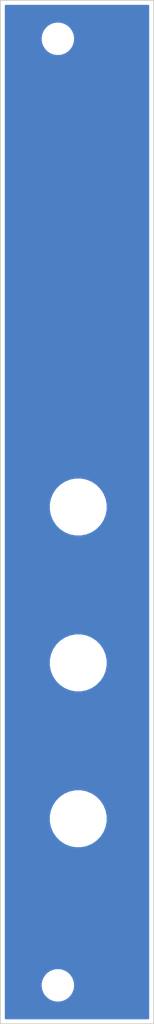
<source format=kicad_pcb>
(kicad_pcb (version 20171130) (host pcbnew 5.1.6-c6e7f7d~86~ubuntu20.04.1)

  (general
    (thickness 1.6)
    (drawings 9)
    (tracks 0)
    (zones 0)
    (modules 5)
    (nets 1)
  )

  (page A4)
  (title_block
    (title Noise)
    (date 2019-09-22)
    (rev 01)
    (comment 1 "Original design by Yves Usson")
    (comment 2 "PCB for Panel")
    (comment 4 "License CC BY 4.0 - Attribution 4.0 International")
  )

  (layers
    (0 F.Cu signal)
    (31 B.Cu signal)
    (32 B.Adhes user)
    (33 F.Adhes user)
    (34 B.Paste user)
    (35 F.Paste user)
    (36 B.SilkS user)
    (37 F.SilkS user)
    (38 B.Mask user)
    (39 F.Mask user)
    (40 Dwgs.User user)
    (41 Cmts.User user)
    (42 Eco1.User user)
    (43 Eco2.User user)
    (44 Edge.Cuts user)
    (45 Margin user)
    (46 B.CrtYd user)
    (47 F.CrtYd user)
    (48 B.Fab user)
    (49 F.Fab user)
  )

  (setup
    (last_trace_width 0.25)
    (trace_clearance 0.2)
    (zone_clearance 0.508)
    (zone_45_only no)
    (trace_min 0.2)
    (via_size 0.8)
    (via_drill 0.4)
    (via_min_size 0.4)
    (via_min_drill 0.3)
    (uvia_size 0.3)
    (uvia_drill 0.1)
    (uvias_allowed no)
    (uvia_min_size 0.2)
    (uvia_min_drill 0.1)
    (edge_width 0.05)
    (segment_width 0.2)
    (pcb_text_width 0.3)
    (pcb_text_size 1.5 1.5)
    (mod_edge_width 0.12)
    (mod_text_size 1 1)
    (mod_text_width 0.15)
    (pad_size 5 5)
    (pad_drill 0)
    (pad_to_mask_clearance 0.051)
    (solder_mask_min_width 0.25)
    (aux_axis_origin 0 0)
    (visible_elements 7FFFFFFF)
    (pcbplotparams
      (layerselection 0x010f0_ffffffff)
      (usegerberextensions false)
      (usegerberattributes false)
      (usegerberadvancedattributes false)
      (creategerberjobfile false)
      (excludeedgelayer true)
      (linewidth 0.100000)
      (plotframeref false)
      (viasonmask false)
      (mode 1)
      (useauxorigin false)
      (hpglpennumber 1)
      (hpglpenspeed 20)
      (hpglpendiameter 15.000000)
      (psnegative false)
      (psa4output false)
      (plotreference true)
      (plotvalue true)
      (plotinvisibletext false)
      (padsonsilk false)
      (subtractmaskfromsilk false)
      (outputformat 1)
      (mirror false)
      (drillshape 0)
      (scaleselection 1)
      (outputdirectory "gerbers/"))
  )

  (net 0 "")

  (net_class Default "This is the default net class."
    (clearance 0.2)
    (trace_width 0.25)
    (via_dia 0.8)
    (via_drill 0.4)
    (uvia_dia 0.3)
    (uvia_drill 0.1)
  )

  (module MountingHole:MountingHole_3.2mm_M3 (layer F.Cu) (tedit 56D1B4CB) (tstamp 5DAC6DB1)
    (at 32.9 153.8)
    (descr "Mounting Hole 3.2mm, no annular, M3")
    (tags "mounting hole 3.2mm no annular m3")
    (attr virtual)
    (fp_text reference REF** (at 0 -4.2) (layer F.SilkS) hide
      (effects (font (size 1 1) (thickness 0.15)))
    )
    (fp_text value MountingHole_3.2mm_M3 (at 0 4.2) (layer F.Fab) hide
      (effects (font (size 1 1) (thickness 0.15)))
    )
    (fp_text user %R (at 0.3 0) (layer F.Fab) hide
      (effects (font (size 1 1) (thickness 0.15)))
    )
    (fp_circle (center 0 0) (end 3.2 0) (layer Cmts.User) (width 0.15))
    (fp_circle (center 0 0) (end 3.45 0) (layer F.CrtYd) (width 0.05))
    (pad 1 np_thru_hole circle (at 0 0) (size 3.2 3.2) (drill 3.2) (layers *.Cu *.Mask))
  )

  (module MountingHole:MountingHole_3.2mm_M3 (layer F.Cu) (tedit 56D1B4CB) (tstamp 5DAC6D9B)
    (at 32.9 30.4)
    (descr "Mounting Hole 3.2mm, no annular, M3")
    (tags "mounting hole 3.2mm no annular m3")
    (attr virtual)
    (fp_text reference REF** (at 0 -4.2) (layer F.SilkS) hide
      (effects (font (size 1 1) (thickness 0.15)))
    )
    (fp_text value MountingHole_3.2mm_M3 (at 0 4.2) (layer F.Fab) hide
      (effects (font (size 1 1) (thickness 0.15)))
    )
    (fp_text user %R (at 0.3 0) (layer F.Fab) hide
      (effects (font (size 1 1) (thickness 0.15)))
    )
    (fp_circle (center 0 0) (end 3.2 0) (layer Cmts.User) (width 0.15))
    (fp_circle (center 0 0) (end 3.45 0) (layer F.CrtYd) (width 0.05))
    (pad 1 np_thru_hole circle (at 0 0) (size 3.2 3.2) (drill 3.2) (layers *.Cu *.Mask))
  )

  (module elektrophon:panel_jack (layer F.Cu) (tedit 5DA46DDA) (tstamp 5DAC6B5F)
    (at 35.56 132.08)
    (descr "Mounting Hole 8.4mm, no annular, M8")
    (tags "mounting hole 8.4mm no annular m8")
    (path /5DAC225A)
    (attr virtual)
    (fp_text reference H3 (at 0 -9.4) (layer F.SilkS) hide
      (effects (font (size 1 1) (thickness 0.15)))
    )
    (fp_text value random (at 0 9.144) (layer F.Mask) hide
      (effects (font (size 2 1.4) (thickness 0.25)))
    )
    (fp_text user %R (at 0.3 0) (layer F.Fab) hide
      (effects (font (size 1 1) (thickness 0.15)))
    )
    (fp_circle (center 0 0) (end 4 0) (layer Cmts.User) (width 0.15))
    (fp_circle (center 0 0) (end 4.2 0) (layer F.CrtYd) (width 0.05))
    (pad "" np_thru_hole circle (at 0 0) (size 6.4 6.4) (drill 6.4) (layers *.Cu *.Mask))
    (model "${KIPRJMOD}/../../../lib/kicad/models/PJ301M-12 Thonkiconn v0.2.stp"
      (offset (xyz 0 0.8 -10.5))
      (scale (xyz 1 1 1))
      (rotate (xyz 0 0 0))
    )
  )

  (module elektrophon:panel_jack (layer F.Cu) (tedit 5DA46DDA) (tstamp 5D6B4C03)
    (at 35.56 111.76)
    (descr "Mounting Hole 8.4mm, no annular, M8")
    (tags "mounting hole 8.4mm no annular m8")
    (path /5D6B07F8)
    (attr virtual)
    (fp_text reference H2 (at 0 -9.4) (layer F.SilkS) hide
      (effects (font (size 1 1) (thickness 0.15)))
    )
    (fp_text value pink (at 0 9.144) (layer F.Mask) hide
      (effects (font (size 2 1.4) (thickness 0.25)))
    )
    (fp_text user %R (at 0.3 0) (layer F.Fab) hide
      (effects (font (size 1 1) (thickness 0.15)))
    )
    (fp_circle (center 0 0) (end 4 0) (layer Cmts.User) (width 0.15))
    (fp_circle (center 0 0) (end 4.2 0) (layer F.CrtYd) (width 0.05))
    (pad "" np_thru_hole circle (at 0 0) (size 6.4 6.4) (drill 6.4) (layers *.Cu *.Mask))
    (model "${KIPRJMOD}/../../../lib/kicad/models/PJ301M-12 Thonkiconn v0.2.stp"
      (offset (xyz 0 0.8 -10.5))
      (scale (xyz 1 1 1))
      (rotate (xyz 0 0 0))
    )
  )

  (module elektrophon:panel_jack (layer F.Cu) (tedit 5DA46DDA) (tstamp 5D6B4BE5)
    (at 35.56 91.44)
    (descr "Mounting Hole 8.4mm, no annular, M8")
    (tags "mounting hole 8.4mm no annular m8")
    (path /5D6B047C)
    (attr virtual)
    (fp_text reference H1 (at 0 -9.4) (layer F.SilkS) hide
      (effects (font (size 1 1) (thickness 0.15)))
    )
    (fp_text value white (at 0 9.144) (layer F.Mask) hide
      (effects (font (size 2 1.4) (thickness 0.25)))
    )
    (fp_text user %R (at 0.3 0) (layer F.Fab) hide
      (effects (font (size 1 1) (thickness 0.15)))
    )
    (fp_circle (center 0 0) (end 4 0) (layer Cmts.User) (width 0.15))
    (fp_circle (center 0 0) (end 4.2 0) (layer F.CrtYd) (width 0.05))
    (pad "" np_thru_hole circle (at 0 0) (size 6.4 6.4) (drill 6.4) (layers *.Cu *.Mask))
    (model "${KIPRJMOD}/../../../lib/kicad/models/PJ301M-12 Thonkiconn v0.2.stp"
      (offset (xyz 0 0.8 -10.5))
      (scale (xyz 1 1 1))
      (rotate (xyz 0 0 0))
    )
  )

  (gr_text random (at 35.57 141.22) (layer F.Mask) (tstamp 5DAC6C96)
    (effects (font (size 2 1.4) (thickness 0.25)))
  )
  (gr_text pink (at 35.57 120.9) (layer F.Mask) (tstamp 5DAC6C96)
    (effects (font (size 2 1.4) (thickness 0.25)))
  )
  (gr_text white (at 35.57 100.58) (layer F.Mask)
    (effects (font (size 2 1.4) (thickness 0.25)))
  )
  (gr_text R01 (at 40.64 155.09) (layer F.Cu)
    (effects (font (size 2 1.4) (thickness 0.25)))
  )
  (gr_text noise (at 35.56 60.96 90) (layer F.Mask)
    (effects (font (size 3 3) (thickness 0.35)))
  )
  (gr_line (start 45.4 158.8) (end 25.4 158.8) (layer Edge.Cuts) (width 0.12))
  (gr_line (start 45.4 25.4) (end 45.4 158.8) (layer Edge.Cuts) (width 0.12))
  (gr_line (start 25.4 25.4) (end 25.4 158.8) (layer Edge.Cuts) (width 0.12))
  (gr_line (start 25.4 25.4) (end 45.4 25.4) (layer Edge.Cuts) (width 0.12))

  (zone (net 0) (net_name "") (layer B.Cu) (tstamp 5DAF2A89) (hatch edge 0.508)
    (connect_pads (clearance 0.508))
    (min_thickness 0.254)
    (fill yes (arc_segments 32) (thermal_gap 0.508) (thermal_bridge_width 0.508))
    (polygon
      (pts
        (xy 25.4 25.4) (xy 45.466 25.4) (xy 45.466 158.75) (xy 25.4 158.75)
      )
    )
    (filled_polygon
      (pts
        (xy 44.705001 158.105) (xy 26.095 158.105) (xy 26.095 153.579872) (xy 30.665 153.579872) (xy 30.665 154.020128)
        (xy 30.75089 154.451925) (xy 30.919369 154.858669) (xy 31.163962 155.224729) (xy 31.475271 155.536038) (xy 31.841331 155.780631)
        (xy 32.248075 155.94911) (xy 32.679872 156.035) (xy 33.120128 156.035) (xy 33.551925 155.94911) (xy 33.958669 155.780631)
        (xy 34.324729 155.536038) (xy 34.636038 155.224729) (xy 34.880631 154.858669) (xy 35.04911 154.451925) (xy 35.135 154.020128)
        (xy 35.135 153.579872) (xy 35.04911 153.148075) (xy 34.880631 152.741331) (xy 34.636038 152.375271) (xy 34.324729 152.063962)
        (xy 33.958669 151.819369) (xy 33.551925 151.65089) (xy 33.120128 151.565) (xy 32.679872 151.565) (xy 32.248075 151.65089)
        (xy 31.841331 151.819369) (xy 31.475271 152.063962) (xy 31.163962 152.375271) (xy 30.919369 152.741331) (xy 30.75089 153.148075)
        (xy 30.665 153.579872) (xy 26.095 153.579872) (xy 26.095 131.702285) (xy 31.725 131.702285) (xy 31.725 132.457715)
        (xy 31.872377 133.198628) (xy 32.161467 133.896554) (xy 32.581161 134.52467) (xy 33.11533 135.058839) (xy 33.743446 135.478533)
        (xy 34.441372 135.767623) (xy 35.182285 135.915) (xy 35.937715 135.915) (xy 36.678628 135.767623) (xy 37.376554 135.478533)
        (xy 38.00467 135.058839) (xy 38.538839 134.52467) (xy 38.958533 133.896554) (xy 39.247623 133.198628) (xy 39.395 132.457715)
        (xy 39.395 131.702285) (xy 39.247623 130.961372) (xy 38.958533 130.263446) (xy 38.538839 129.63533) (xy 38.00467 129.101161)
        (xy 37.376554 128.681467) (xy 36.678628 128.392377) (xy 35.937715 128.245) (xy 35.182285 128.245) (xy 34.441372 128.392377)
        (xy 33.743446 128.681467) (xy 33.11533 129.101161) (xy 32.581161 129.63533) (xy 32.161467 130.263446) (xy 31.872377 130.961372)
        (xy 31.725 131.702285) (xy 26.095 131.702285) (xy 26.095 111.382285) (xy 31.725 111.382285) (xy 31.725 112.137715)
        (xy 31.872377 112.878628) (xy 32.161467 113.576554) (xy 32.581161 114.20467) (xy 33.11533 114.738839) (xy 33.743446 115.158533)
        (xy 34.441372 115.447623) (xy 35.182285 115.595) (xy 35.937715 115.595) (xy 36.678628 115.447623) (xy 37.376554 115.158533)
        (xy 38.00467 114.738839) (xy 38.538839 114.20467) (xy 38.958533 113.576554) (xy 39.247623 112.878628) (xy 39.395 112.137715)
        (xy 39.395 111.382285) (xy 39.247623 110.641372) (xy 38.958533 109.943446) (xy 38.538839 109.31533) (xy 38.00467 108.781161)
        (xy 37.376554 108.361467) (xy 36.678628 108.072377) (xy 35.937715 107.925) (xy 35.182285 107.925) (xy 34.441372 108.072377)
        (xy 33.743446 108.361467) (xy 33.11533 108.781161) (xy 32.581161 109.31533) (xy 32.161467 109.943446) (xy 31.872377 110.641372)
        (xy 31.725 111.382285) (xy 26.095 111.382285) (xy 26.095 91.062285) (xy 31.725 91.062285) (xy 31.725 91.817715)
        (xy 31.872377 92.558628) (xy 32.161467 93.256554) (xy 32.581161 93.88467) (xy 33.11533 94.418839) (xy 33.743446 94.838533)
        (xy 34.441372 95.127623) (xy 35.182285 95.275) (xy 35.937715 95.275) (xy 36.678628 95.127623) (xy 37.376554 94.838533)
        (xy 38.00467 94.418839) (xy 38.538839 93.88467) (xy 38.958533 93.256554) (xy 39.247623 92.558628) (xy 39.395 91.817715)
        (xy 39.395 91.062285) (xy 39.247623 90.321372) (xy 38.958533 89.623446) (xy 38.538839 88.99533) (xy 38.00467 88.461161)
        (xy 37.376554 88.041467) (xy 36.678628 87.752377) (xy 35.937715 87.605) (xy 35.182285 87.605) (xy 34.441372 87.752377)
        (xy 33.743446 88.041467) (xy 33.11533 88.461161) (xy 32.581161 88.99533) (xy 32.161467 89.623446) (xy 31.872377 90.321372)
        (xy 31.725 91.062285) (xy 26.095 91.062285) (xy 26.095 30.179872) (xy 30.665 30.179872) (xy 30.665 30.620128)
        (xy 30.75089 31.051925) (xy 30.919369 31.458669) (xy 31.163962 31.824729) (xy 31.475271 32.136038) (xy 31.841331 32.380631)
        (xy 32.248075 32.54911) (xy 32.679872 32.635) (xy 33.120128 32.635) (xy 33.551925 32.54911) (xy 33.958669 32.380631)
        (xy 34.324729 32.136038) (xy 34.636038 31.824729) (xy 34.880631 31.458669) (xy 35.04911 31.051925) (xy 35.135 30.620128)
        (xy 35.135 30.179872) (xy 35.04911 29.748075) (xy 34.880631 29.341331) (xy 34.636038 28.975271) (xy 34.324729 28.663962)
        (xy 33.958669 28.419369) (xy 33.551925 28.25089) (xy 33.120128 28.165) (xy 32.679872 28.165) (xy 32.248075 28.25089)
        (xy 31.841331 28.419369) (xy 31.475271 28.663962) (xy 31.163962 28.975271) (xy 30.919369 29.341331) (xy 30.75089 29.748075)
        (xy 30.665 30.179872) (xy 26.095 30.179872) (xy 26.095 26.095) (xy 44.705 26.095)
      )
    )
  )
)

</source>
